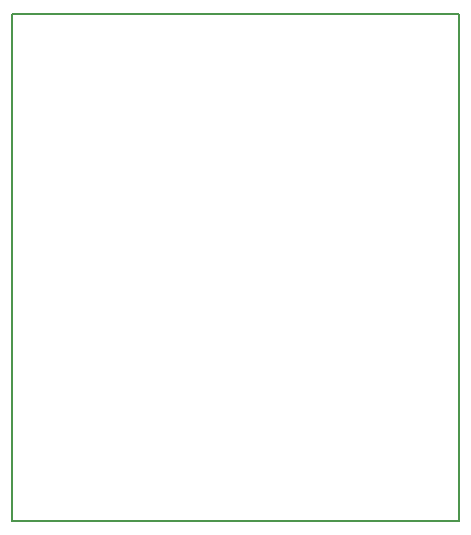
<source format=gm1>
G04 MADE WITH FRITZING*
G04 WWW.FRITZING.ORG*
G04 SINGLE SIDED*
G04 HOLES NOT PLATED*
G04 CONTOUR ON CENTER OF CONTOUR VECTOR*
%ASAXBY*%
%FSLAX23Y23*%
%MOIN*%
%OFA0B0*%
%SFA1.0B1.0*%
%ADD10R,1.496160X1.698390*%
%ADD11C,0.008000*%
%ADD10C,0.008*%
%LNCONTOUR*%
G90*
G70*
G54D10*
G54D11*
X4Y1694D02*
X1492Y1694D01*
X1492Y4D01*
X4Y4D01*
X4Y1694D01*
D02*
G04 End of contour*
M02*
</source>
